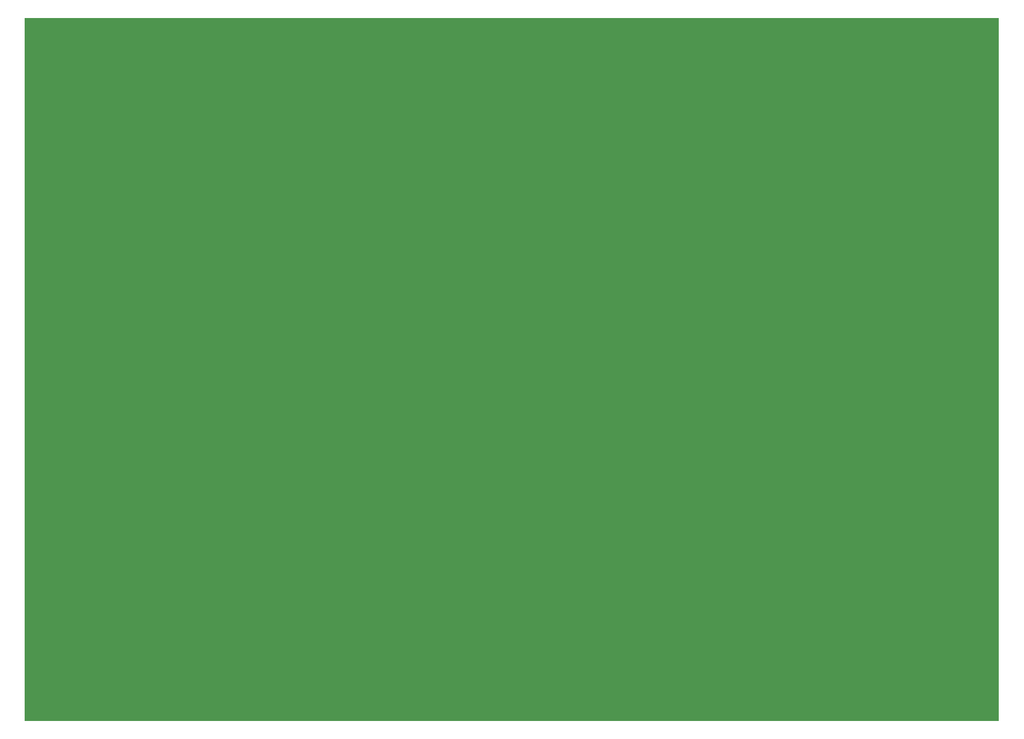
<source format=gbr>
G04 DipTrace 2.4.0.2*
%INBoard.gbr*%
%MOIN*%
%ADD11C,0.006*%
%FSLAX44Y44*%
G04*
G70*
G90*
G75*
G01*
%LNBoardPoly*%
%LPD*%
G36*
X3940Y42940D2*
D11*
Y3940D1*
X57940D1*
Y42940D1*
X3940D1*
G37*
M02*

</source>
